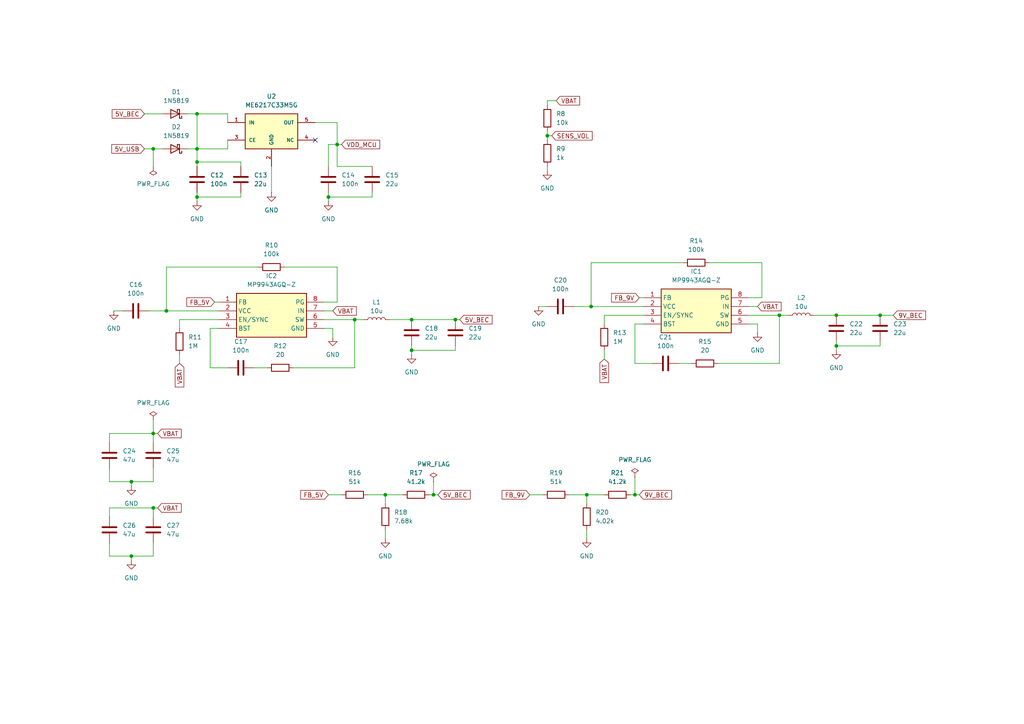
<source format=kicad_sch>
(kicad_sch (version 20250114) (generator "eeschema") (generator_version "9.0")
  (paper "A4")
  (lib_symbols
    (symbol "Device:C" (pin_numbers (hide yes)) (pin_names (offset 0.254))
      (property "Reference" "C" (at 0.635 2.54 0))
      (property "Value" "C" (at 0.635 -2.54 0))
      (symbol "C_0_1"
        (polyline (pts (xy -2.032 0.762) (xy 2.032 0.762)) (stroke (width 0.508)))
        (polyline (pts (xy -2.032 -0.762) (xy 2.032 -0.762)) (stroke (width 0.508)))
      )
      (symbol "C_1_1"
        (pin passive line (at 0 3.81 270) (length 2.794) (name "~") (number "1"))
        (pin passive line (at 0 -3.81 90) (length 2.794) (name "~") (number "2"))
      )
    )
    (symbol "Device:L" (pin_numbers (hide yes)) (pin_names (offset 1.016) (hide yes))
      (property "Reference" "L" (at -1.27 0 90))
      (property "Value" "L" (at 1.905 0 90))
      (symbol "L_0_1"
        (arc (start 0 2.54) (mid 0.6323 1.905) (end 0 1.27))
        (arc (start 0 1.27) (mid 0.6323 0.635) (end 0 0))
        (arc (start 0 0) (mid 0.6323 -0.635) (end 0 -1.27))
        (arc (start 0 -1.27) (mid 0.6323 -1.905) (end 0 -2.54))
      )
      (symbol "L_1_1"
        (pin passive line (at 0 3.81 270) (length 1.27) (name "1") (number "1"))
        (pin passive line (at 0 -3.81 90) (length 1.27) (name "2") (number "2"))
      )
    )
    (symbol "Device:R" (pin_numbers (hide yes)) (pin_names (offset 0))
      (property "Reference" "R" (at 2.032 0 90))
      (property "Value" "R" (at 0 0 90))
      (symbol "R_0_1"
        (rectangle (start -1.016 -2.54) (end 1.016 2.54) (stroke (width 0.254)))
      )
      (symbol "R_1_1"
        (pin passive line (at 0 3.81 270) (length 1.27) (name "~") (number "1"))
        (pin passive line (at 0 -3.81 90) (length 1.27) (name "~") (number "2"))
      )
    )
    (symbol "Diode:1N5819" (pin_numbers (hide yes)) (pin_names (offset 1.016) (hide yes))
      (property "Reference" "D" (at 0 2.54 0))
      (property "Value" "1N5819" (at 0 -2.54 0))
      (symbol "1N5819_0_1"
        (polyline (pts (xy -1.905 0.635) (xy -1.905 1.27) (xy -1.27 1.27) (xy -1.27 -1.27) (xy -0.635 -1.27) (xy -0.635 -0.635)) (stroke (width 0.254)))
        (polyline (pts (xy 1.27 1.27) (xy 1.27 -1.27) (xy -1.27 0) (xy 1.27 1.27)) (stroke (width 0.254)))
        (polyline (pts (xy 1.27 0) (xy -1.27 0)))
      )
      (symbol "1N5819_1_1"
        (pin passive line (at -3.81 0 0) (length 2.54) (name "K") (number "1"))
        (pin passive line (at 3.81 0 180) (length 2.54) (name "A") (number "2"))
      )
    )
    (symbol "ME6217C33M5G:ME6217C33M5G" (pin_names (offset 1.016))
      (property "Reference" "U" (at -5.08 10.16 0))
      (property "Value" "ME6217C33M5G" (at -5.08 7.62 0))
      (symbol "ME6217C33M5G_0_0"
        (rectangle (start -7.62 -5.08) (end 7.62 5.08) (stroke (width 0.254)) (fill (type background)))
        (pin bidirectional line (at -12.7 2.54 0) (length 5.08) (name "IN") (number "1"))
        (pin bidirectional line (at -12.7 -2.54 0) (length 5.08) (name "CE") (number "3"))
        (pin bidirectional line (at 12.7 -2.54 180) (length 5.08) (name "NC") (number "4"))
      )
      (symbol "ME6217C33M5G_1_0"
        (pin power_in line (at 0 -10.16 90) (length 5.08) (name "GND") (number "2"))
        (pin power_out line (at 12.7 2.54 180) (length 5.08) (name "OUT") (number "5"))
      )
    )
    (symbol "MP9943AGQ-Z:MP9943AGQ-Z"
      (property "Reference" "IC" (at 26.67 7.62 0))
      (property "Value" "MP9943AGQ-Z" (at 26.67 5.08 0))
      (symbol "MP9943AGQ-Z_1_1"
        (rectangle (start 5.08 2.54) (end 25.4 -10.16) (stroke (width 0.254)) (fill (type background)))
        (pin passive line (at 0 0 0) (length 5.08) (name "FB") (number "1"))
        (pin passive line (at 0 -2.54 0) (length 5.08) (name "VCC") (number "2"))
        (pin passive line (at 0 -5.08 0) (length 5.08) (name "EN/SYNC") (number "3"))
        (pin passive line (at 0 -7.62 0) (length 5.08) (name "BST") (number "4"))
        (pin passive line (at 30.48 0 180) (length 5.08) (name "PG") (number "8"))
        (pin passive line (at 30.48 -2.54 180) (length 5.08) (name "IN") (number "7"))
        (pin passive line (at 30.48 -5.08 180) (length 5.08) (name "SW") (number "6"))
        (pin passive line (at 30.48 -7.62 180) (length 5.08) (name "GND") (number "5"))
      )
    )
    (symbol "power:GND" (power) (pin_numbers (hide yes)) (pin_names (offset 0) (hide yes))
      (property "Value" "GND" (at 0 -3.81 0))
      (symbol "GND_0_1"
        (polyline (pts (xy 0 0) (xy 0 -1.27) (xy 1.27 -1.27) (xy 0 -2.54) (xy -1.27 -1.27) (xy 0 -1.27)))
      )
      (symbol "GND_1_1"
        (pin power_in line (at 0 0 270) (length 0) (name "~") (number "1"))
      )
    )
    (symbol "power:PWR_FLAG" (power) (pin_numbers (hide yes)) (pin_names (offset 0) (hide yes))
      (property "Value" "PWR_FLAG" (at 0 3.81 0))
      (symbol "PWR_FLAG_0_0"
        (pin power_out line (at 0 0 90) (length 0) (name "~") (number "1"))
      )
      (symbol "PWR_FLAG_0_1"
        (polyline (pts (xy 0 0) (xy 0 1.27) (xy -1.016 1.905) (xy 0 2.54) (xy 1.016 1.905) (xy 0 1.27)))
      )
    )
  )
  (junction (at 170.18 143.51))
  (junction (at 38.1 161.29))
  (junction (at 158.75 39.37))
  (junction (at 97.79 41.91))
  (junction (at 44.45 43.18))
  (junction (at 242.57 91.44))
  (junction (at 226.06 91.44))
  (junction (at 111.76 143.51))
  (junction (at 184.15 143.51))
  (junction (at 48.26 90.17))
  (junction (at 102.87 92.71))
  (junction (at 242.57 100.33))
  (junction (at 125.73 143.51))
  (junction (at 57.15 46.99))
  (junction (at 57.15 43.18))
  (junction (at 255.27 91.44))
  (junction (at 95.25 57.15))
  (junction (at 132.08 92.71))
  (junction (at 44.45 147.32))
  (junction (at 119.38 101.6))
  (junction (at 38.1 139.7))
  (junction (at 119.38 92.71))
  (junction (at 44.45 125.73))
  (junction (at 57.15 57.15))
  (junction (at 171.45 88.9))
  (junction (at 57.15 33.02))
  (no_connect (at 91.44 40.64))
  (wire (pts (xy 57.15 33.02) (xy 57.15 43.18)))
  (wire (pts (xy 158.75 38.1) (xy 158.75 39.37)))
  (wire (pts (xy 69.85 57.15) (xy 57.15 57.15)))
  (wire (pts (xy 242.57 100.33) (xy 242.57 101.6)))
  (wire (pts (xy 205.74 76.2) (xy 220.98 76.2)))
  (wire (pts (xy 156.21 88.9) (xy 158.75 88.9)))
  (wire (pts (xy 217.17 93.98) (xy 219.71 93.98)))
  (wire (pts (xy 54.61 33.02) (xy 57.15 33.02)))
  (wire (pts (xy 33.02 90.17) (xy 35.56 90.17)))
  (wire (pts (xy 44.45 121.92) (xy 44.45 125.73)))
  (wire (pts (xy 73.66 106.68) (xy 77.47 106.68)))
  (wire (pts (xy 219.71 93.98) (xy 219.71 96.52)))
  (wire (pts (xy 255.27 100.33) (xy 242.57 100.33)))
  (wire (pts (xy 111.76 143.51) (xy 111.76 146.05)))
  (wire (pts (xy 44.45 157.48) (xy 44.45 161.29)))
  (wire (pts (xy 78.74 48.26) (xy 78.74 55.88)))
  (wire (pts (xy 255.27 99.06) (xy 255.27 100.33)))
  (wire (pts (xy 93.98 95.25) (xy 96.52 95.25)))
  (wire (pts (xy 184.15 138.43) (xy 184.15 143.51)))
  (wire (pts (xy 57.15 46.99) (xy 57.15 48.26)))
  (wire (pts (xy 63.5 95.25) (xy 60.96 95.25)))
  (wire (pts (xy 31.75 147.32) (xy 44.45 147.32)))
  (wire (pts (xy 171.45 76.2) (xy 171.45 88.9)))
  (wire (pts (xy 48.26 77.47) (xy 48.26 90.17)))
  (wire (pts (xy 119.38 92.71) (xy 132.08 92.71)))
  (wire (pts (xy 57.15 55.88) (xy 57.15 57.15)))
  (wire (pts (xy 196.85 105.41) (xy 200.66 105.41)))
  (wire (pts (xy 62.23 87.63) (xy 63.5 87.63)))
  (wire (pts (xy 208.28 105.41) (xy 226.06 105.41)))
  (wire (pts (xy 107.95 57.15) (xy 95.25 57.15)))
  (wire (pts (xy 236.22 91.44) (xy 242.57 91.44)))
  (wire (pts (xy 158.75 30.48) (xy 158.75 29.21)))
  (wire (pts (xy 111.76 143.51) (xy 116.84 143.51)))
  (wire (pts (xy 158.75 39.37) (xy 160.02 39.37)))
  (wire (pts (xy 44.45 43.18) (xy 46.99 43.18)))
  (wire (pts (xy 220.98 76.2) (xy 220.98 86.36)))
  (wire (pts (xy 96.52 95.25) (xy 96.52 97.79)))
  (wire (pts (xy 44.45 43.18) (xy 44.45 48.26)))
  (wire (pts (xy 198.12 76.2) (xy 171.45 76.2)))
  (wire (pts (xy 95.25 143.51) (xy 99.06 143.51)))
  (wire (pts (xy 97.79 87.63) (xy 93.98 87.63)))
  (wire (pts (xy 44.45 125.73) (xy 44.45 128.27)))
  (wire (pts (xy 69.85 46.99) (xy 69.85 48.26)))
  (wire (pts (xy 158.75 29.21) (xy 161.29 29.21)))
  (wire (pts (xy 217.17 91.44) (xy 226.06 91.44)))
  (wire (pts (xy 91.44 35.56) (xy 97.79 35.56)))
  (wire (pts (xy 102.87 92.71) (xy 105.41 92.71)))
  (wire (pts (xy 170.18 153.67) (xy 170.18 156.21)))
  (wire (pts (xy 44.45 147.32) (xy 44.45 149.86)))
  (wire (pts (xy 57.15 33.02) (xy 66.04 33.02)))
  (wire (pts (xy 226.06 105.41) (xy 226.06 91.44)))
  (wire (pts (xy 111.76 153.67) (xy 111.76 156.21)))
  (wire (pts (xy 38.1 161.29) (xy 38.1 162.56)))
  (wire (pts (xy 43.18 90.17) (xy 48.26 90.17)))
  (wire (pts (xy 95.25 48.26) (xy 95.25 41.91)))
  (wire (pts (xy 158.75 39.37) (xy 158.75 40.64)))
  (wire (pts (xy 97.79 41.91) (xy 99.06 41.91)))
  (wire (pts (xy 124.46 143.51) (xy 125.73 143.51)))
  (wire (pts (xy 31.75 161.29) (xy 38.1 161.29)))
  (wire (pts (xy 82.55 77.47) (xy 97.79 77.47)))
  (wire (pts (xy 41.91 33.02) (xy 46.99 33.02)))
  (wire (pts (xy 38.1 139.7) (xy 38.1 140.97)))
  (wire (pts (xy 66.04 43.18) (xy 57.15 43.18)))
  (wire (pts (xy 60.96 95.25) (xy 60.96 106.68)))
  (wire (pts (xy 95.25 41.91) (xy 97.79 41.91)))
  (wire (pts (xy 31.75 125.73) (xy 44.45 125.73)))
  (wire (pts (xy 57.15 57.15) (xy 57.15 58.42)))
  (wire (pts (xy 125.73 143.51) (xy 127 143.51)))
  (wire (pts (xy 93.98 92.71) (xy 102.87 92.71)))
  (wire (pts (xy 182.88 143.51) (xy 184.15 143.51)))
  (wire (pts (xy 220.98 86.36) (xy 217.17 86.36)))
  (wire (pts (xy 132.08 100.33) (xy 132.08 101.6)))
  (wire (pts (xy 66.04 35.56) (xy 66.04 33.02)))
  (wire (pts (xy 175.26 101.6) (xy 175.26 104.14)))
  (wire (pts (xy 107.95 48.26) (xy 97.79 48.26)))
  (wire (pts (xy 44.45 125.73) (xy 45.72 125.73)))
  (wire (pts (xy 31.75 135.89) (xy 31.75 139.7)))
  (wire (pts (xy 119.38 101.6) (xy 119.38 102.87)))
  (wire (pts (xy 226.06 91.44) (xy 228.6 91.44)))
  (wire (pts (xy 153.67 143.51) (xy 157.48 143.51)))
  (wire (pts (xy 85.09 106.68) (xy 102.87 106.68)))
  (wire (pts (xy 31.75 128.27) (xy 31.75 125.73)))
  (wire (pts (xy 170.18 143.51) (xy 170.18 146.05)))
  (wire (pts (xy 255.27 91.44) (xy 259.08 91.44)))
  (wire (pts (xy 242.57 99.06) (xy 242.57 100.33)))
  (wire (pts (xy 107.95 55.88) (xy 107.95 57.15)))
  (wire (pts (xy 170.18 143.51) (xy 175.26 143.51)))
  (wire (pts (xy 175.26 91.44) (xy 175.26 93.98)))
  (wire (pts (xy 31.75 139.7) (xy 38.1 139.7)))
  (wire (pts (xy 93.98 90.17) (xy 96.52 90.17)))
  (wire (pts (xy 97.79 35.56) (xy 97.79 41.91)))
  (wire (pts (xy 38.1 161.29) (xy 44.45 161.29)))
  (wire (pts (xy 31.75 157.48) (xy 31.75 161.29)))
  (wire (pts (xy 106.68 143.51) (xy 111.76 143.51)))
  (wire (pts (xy 52.07 102.87) (xy 52.07 105.41)))
  (wire (pts (xy 31.75 149.86) (xy 31.75 147.32)))
  (wire (pts (xy 186.69 93.98) (xy 184.15 93.98)))
  (wire (pts (xy 184.15 105.41) (xy 189.23 105.41)))
  (wire (pts (xy 52.07 92.71) (xy 52.07 95.25)))
  (wire (pts (xy 185.42 86.36) (xy 186.69 86.36)))
  (wire (pts (xy 217.17 88.9) (xy 219.71 88.9)))
  (wire (pts (xy 171.45 88.9) (xy 186.69 88.9)))
  (wire (pts (xy 132.08 92.71) (xy 133.35 92.71)))
  (wire (pts (xy 119.38 100.33) (xy 119.38 101.6)))
  (wire (pts (xy 41.91 43.18) (xy 44.45 43.18)))
  (wire (pts (xy 48.26 90.17) (xy 63.5 90.17)))
  (wire (pts (xy 158.75 48.26) (xy 158.75 49.53)))
  (wire (pts (xy 132.08 101.6) (xy 119.38 101.6)))
  (wire (pts (xy 186.69 91.44) (xy 175.26 91.44)))
  (wire (pts (xy 38.1 139.7) (xy 44.45 139.7)))
  (wire (pts (xy 44.45 147.32) (xy 45.72 147.32)))
  (wire (pts (xy 97.79 48.26) (xy 97.79 41.91)))
  (wire (pts (xy 66.04 40.64) (xy 66.04 43.18)))
  (wire (pts (xy 57.15 43.18) (xy 57.15 46.99)))
  (wire (pts (xy 60.96 106.68) (xy 66.04 106.68)))
  (wire (pts (xy 57.15 43.18) (xy 54.61 43.18)))
  (wire (pts (xy 44.45 135.89) (xy 44.45 139.7)))
  (wire (pts (xy 97.79 77.47) (xy 97.79 87.63)))
  (wire (pts (xy 165.1 143.51) (xy 170.18 143.51)))
  (wire (pts (xy 57.15 46.99) (xy 69.85 46.99)))
  (wire (pts (xy 95.25 57.15) (xy 95.25 58.42)))
  (wire (pts (xy 74.93 77.47) (xy 48.26 77.47)))
  (wire (pts (xy 102.87 106.68) (xy 102.87 92.71)))
  (wire (pts (xy 69.85 55.88) (xy 69.85 57.15)))
  (wire (pts (xy 63.5 92.71) (xy 52.07 92.71)))
  (wire (pts (xy 95.25 55.88) (xy 95.25 57.15)))
  (wire (pts (xy 242.57 91.44) (xy 255.27 91.44)))
  (wire (pts (xy 184.15 93.98) (xy 184.15 105.41)))
  (wire (pts (xy 166.37 88.9) (xy 171.45 88.9)))
  (wire (pts (xy 113.03 92.71) (xy 119.38 92.71)))
  (wire (pts (xy 184.15 143.51) (xy 185.42 143.51)))
  (wire (pts (xy 125.73 139.7) (xy 125.73 143.51)))
  (global_label "FB_5V" (shape input) (at 95.25 143.51 180) (property "Intersheetrefs" "${INTERSHEET_REFS}" (effects (hide yes))))
  (global_label "VBAT" (shape input) (at 96.52 90.17 0) (property "Intersheetrefs" "${INTERSHEET_REFS}" (effects (hide yes))))
  (global_label "VBAT" (shape input) (at 219.71 88.9 0) (property "Intersheetrefs" "${INTERSHEET_REFS}" (effects (hide yes))))
  (global_label "5V_BEC" (shape input) (at 127 143.51 0) (property "Intersheetrefs" "${INTERSHEET_REFS}" (effects (hide yes))))
  (global_label "VBAT" (shape input) (at 52.07 105.41 270) (property "Intersheetrefs" "${INTERSHEET_REFS}" (effects (hide yes))))
  (global_label "5V_BEC" (shape input) (at 133.35 92.71 0) (property "Intersheetrefs" "${INTERSHEET_REFS}" (effects (hide yes))))
  (global_label "FB_9V" (shape input) (at 185.42 86.36 180) (property "Intersheetrefs" "${INTERSHEET_REFS}" (effects (hide yes))))
  (global_label "9V_BEC" (shape input) (at 185.42 143.51 0) (property "Intersheetrefs" "${INTERSHEET_REFS}" (effects (hide yes))))
  (global_label "VBAT" (shape input) (at 161.29 29.21 0) (property "Intersheetrefs" "${INTERSHEET_REFS}" (effects (hide yes))))
  (global_label "SENS_VOL" (shape input) (at 160.02 39.37 0) (property "Intersheetrefs" "${INTERSHEET_REFS}" (effects (hide yes))))
  (global_label "9V_BEC" (shape input) (at 259.08 91.44 0) (property "Intersheetrefs" "${INTERSHEET_REFS}" (effects (hide yes))))
  (global_label "FB_9V" (shape input) (at 153.67 143.51 180) (property "Intersheetrefs" "${INTERSHEET_REFS}" (effects (hide yes))))
  (global_label "VBAT" (shape input) (at 45.72 125.73 0) (property "Intersheetrefs" "${INTERSHEET_REFS}" (effects (hide yes))))
  (global_label "FB_5V" (shape input) (at 62.23 87.63 180) (property "Intersheetrefs" "${INTERSHEET_REFS}" (effects (hide yes))))
  (global_label "VDD_MCU" (shape input) (at 99.06 41.91 0) (property "Intersheetrefs" "${INTERSHEET_REFS}" (effects (hide yes))))
  (global_label "5V_USB" (shape input) (at 41.91 43.18 180) (property "Intersheetrefs" "${INTERSHEET_REFS}" (effects (hide yes))))
  (global_label "VBAT" (shape input) (at 175.26 104.14 270) (property "Intersheetrefs" "${INTERSHEET_REFS}" (effects (hide yes))))
  (global_label "VBAT" (shape input) (at 45.72 147.32 0) (property "Intersheetrefs" "${INTERSHEET_REFS}" (effects (hide yes))))
  (global_label "5V_BEC" (shape input) (at 41.91 33.02 180) (property "Intersheetrefs" "${INTERSHEET_REFS}" (effects (hide yes))))
  (symbol (lib_id "Device:R") (at 170.18 149.86 0) (unit 1)
    (property "Reference" "R20" (at 172.72 148.5899 0) (effects (justify left)))
    (property "Value" "4.02k" (at 172.72 151.1299 0) (effects (justify left)))
    (property "Footprint" "Resistor_SMD:R_0603_1608Metric" (effects (hide yes)))
    (property "Datasheet" "https://www.lcsc.com/datasheet/C23040.pdf" (effects (hide yes)))
    (property "Description" "Resistor" (effects (hide yes)))
    (property "MPN" "0603WAF4021T5E" (effects (hide yes)))
    (property "Manufacturer" "UNI-ROYAL" (effects (hide yes)))
  )
  (symbol (lib_id "MP9943AGQ-Z:MP9943AGQ-Z") (at 63.5 87.63 0) (unit 1)
    (property "Reference" "IC2" (at 78.74 80.01 0))
    (property "Value" "MP9943AGQ-Z" (at 78.74 82.55 0))
    (property "Footprint" "fch7_fp:SON65P300X300X100-8N" (effects (hide yes)))
    (property "Datasheet" "https://www.monolithicpower.com/en/documentview/productdocument/index/version/2/document_type/Datasheet/lang/en/sku/MP9943A/document_id/1024" (effects (hide yes)))
    (property "Description" "Buck Switching Regulator IC Positive Adjustable 0.8V 1 Output 3A 8-VDFN" (effects (hide yes)))
    (property "Height" "1" (effects (hide yes)))
    (property "Mouser Part Number" "946-MP9943AGQ-Z" (effects (hide yes)))
    (property "Mouser Price/Stock" "https://www.mouser.co.uk/ProductDetail/Monolithic-Power-Systems-MPS/MP9943AGQ-Z?qs=cslStgdnz9Ooxd5hTfzQqw%3D%3D" (effects (hide yes)))
    (property "Manufacturer_Name" "Monolithic Power Systems (MPS)" (effects (hide yes)))
    (property "Manufacturer_Part_Number" "MP9943AGQ-Z" (effects (hide yes)))
    (property "MPN" "MP9943AGQ-Z" (effects (hide yes)))
    (property "Manufacturer" "MPS" (effects (hide yes)))
  )
  (symbol (lib_id "power:PWR_FLAG") (at 44.45 48.26 180) (unit 1)
    (property "Reference" "#FLG06" (effects (hide yes)))
    (property "Value" "PWR_FLAG" (at 44.45 53.34 0))
    (property "Description" "Special symbol for telling ERC where power comes from" (effects (hide yes)))
  )
  (symbol (lib_id "Device:C") (at 44.45 153.67 0) (unit 1)
    (property "Reference" "C27" (at 48.26 152.3999 0) (effects (justify left)))
    (property "Value" "47u" (at 48.26 154.9399 0) (effects (justify left)))
    (property "Footprint" "Capacitor_SMD:C_1206_3216Metric" (effects (hide yes)))
    (property "Datasheet" "https://www.samsungsem.com/resources/file/global/support/product_catalog/MLCC.pdf" (effects (hide yes)))
    (property "Description" "Unpolarized capacitor" (effects (hide yes)))
    (property "MPN" "CL31A476MPHNNNE" (effects (hide yes)))
    (property "Manufacturer" "SAMSUNG" (effects (hide yes)))
  )
  (symbol (lib_id "Device:C") (at 31.75 153.67 0) (unit 1)
    (property "Reference" "C26" (at 35.56 152.3999 0) (effects (justify left)))
    (property "Value" "47u" (at 35.56 154.9399 0) (effects (justify left)))
    (property "Footprint" "Capacitor_SMD:C_1206_3216Metric" (effects (hide yes)))
    (property "Datasheet" "https://www.samsungsem.com/resources/file/global/support/product_catalog/MLCC.pdf" (effects (hide yes)))
    (property "Description" "Unpolarized capacitor" (effects (hide yes)))
    (property "MPN" "CL31A476MPHNNNE" (effects (hide yes)))
    (property "Manufacturer" "SAMSUNG" (effects (hide yes)))
  )
  (symbol (lib_id "Device:C") (at 119.38 96.52 0) (unit 1)
    (property "Reference" "C18" (at 123.19 95.2499 0) (effects (justify left)))
    (property "Value" "22u" (at 123.19 97.7899 0) (effects (justify left)))
    (property "Footprint" "Capacitor_SMD:C_0805_2012Metric" (effects (hide yes)))
    (property "Datasheet" "https://www.samsungsem.com/resources/file/global/support/product_catalog/MLCC.pdf" (effects (hide yes)))
    (property "Description" "Unpolarized capacitor" (effects (hide yes)))
    (property "MPN" "CL21A226MAQNNNE" (effects (hide yes)))
    (property "Manufacturer" "SAMSUNG" (effects (hide yes)))
  )
  (symbol (lib_id "Device:C") (at 95.25 52.07 0) (unit 1)
    (property "Reference" "C14" (at 99.06 50.7999 0) (effects (justify left)))
    (property "Value" "100n" (at 99.06 53.3399 0) (effects (justify left)))
    (property "Footprint" "Capacitor_SMD:C_0603_1608Metric" (effects (hide yes)))
    (property "Datasheet" "https://www.lcsc.com/datasheet/C30926.pdf" (effects (hide yes)))
    (property "Description" "Unpolarized capacitor" (effects (hide yes)))
    (property "MPN" "0603B104K500NT " (effects (hide yes)))
    (property "Manufacturer" "FH" (effects (hide yes)))
  )
  (symbol (lib_id "Device:R") (at 201.93 76.2 90) (unit 1)
    (property "Reference" "R14" (at 201.93 69.85 90))
    (property "Value" "100k" (at 201.93 72.39 90))
    (property "Footprint" "Resistor_SMD:R_0603_1608Metric" (effects (hide yes)))
    (property "Datasheet" "https://www.mouser.com/catalog/specsheets/YAGEO_PYu_RC_Group_51_RoHS_L_12.pdf?_gl=1*ra9lei*_gcl_aw*R0NMLjE3NjQwNzA0OTIuQ2owS0NRaUF4SlhKQmhEX0FSSXNBSF9KR2pqWURwNlUzT2RwVlk2WnNicnZLc0NnRDN4R3pGSUk1ODUxekE4ZVlPNU5YaS0yclRsUG5FOGFBcFZYRUFMd193Y0I.*_gcl_au*MTcwNjU0NjQ2MC4xNzYzNjY0MzgyLjQ3NDEzNDk5OS4xNzY0MDY4Mzg1LjE3NjQwNzAyODU.*_ga*NzE1NjU0OTQ0LjE3NjM2NjQzODU.*_ga_15W4STQT4T*czE3NjQwNjc4ODckbzExJGcxJHQxNzY0MDcxMjE5JGo1JGwwJGgw" (effects (hide yes)))
    (property "Description" "Resistor" (effects (hide yes)))
    (property "Manufacturer" "YAGEO" (effects (hide yes)))
    (property "MPN" "RC0603FR-07100KL" (effects (hide yes)))
  )
  (symbol (lib_id "Device:R") (at 204.47 105.41 270) (unit 1)
    (property "Reference" "R15" (at 204.47 99.06 90))
    (property "Value" "20" (at 204.47 101.6 90))
    (property "Footprint" "Resistor_SMD:R_0603_1608Metric" (effects (hide yes)))
    (property "Datasheet" "https://www.lcsc.com/datasheet/C22950.pdf" (effects (hide yes)))
    (property "Description" "Resistor" (effects (hide yes)))
    (property "MPN" "0603WAF200JT5E" (effects (hide yes)))
    (property "Manufacturer" "UNI-ROYAL" (effects (hide yes)))
  )
  (symbol (lib_id "Diode:1N5819") (at 50.8 33.02 180) (unit 1)
    (property "Reference" "D1" (at 51.1175 26.67 0))
    (property "Value" "1N5819" (at 51.1175 29.21 0))
    (property "Footprint" "Diode_THT:D_DO-41_SOD81_P10.16mm_Horizontal" (effects (hide yes)))
    (property "Datasheet" "http://www.vishay.com/docs/88525/1n5817.pdf" (effects (hide yes)))
    (property "Description" "40V 1A Schottky Barrier Rectifier Diode, DO-41" (effects (hide yes)))
    (property "MPN" "1N5819" (effects (hide yes)))
    (property "Manufacturer" "STM" (effects (hide yes)))
  )
  (symbol (lib_id "Device:R") (at 179.07 143.51 270) (unit 1)
    (property "Reference" "R21" (at 179.07 137.16 90))
    (property "Value" "41.2k" (at 179.07 139.7 90))
    (property "Footprint" "Resistor_SMD:R_0603_1608Metric" (effects (hide yes)))
    (property "Datasheet" "https://www.mouser.fr/datasheet/3/5925/1/1.pdf" (effects (hide yes)))
    (property "Description" "Resistor" (effects (hide yes)))
    (property "MPN" "0603WAF4122T5E" (effects (hide yes)))
    (property "Manufacturer" "UNI-ROYAL" (effects (hide yes)))
  )
  (symbol (lib_id "Device:R") (at 81.28 106.68 270) (unit 1)
    (property "Reference" "R12" (at 81.28 100.33 90))
    (property "Value" "20" (at 81.28 102.87 90))
    (property "Footprint" "Resistor_SMD:R_0603_1608Metric" (effects (hide yes)))
    (property "Datasheet" "https://www.lcsc.com/datasheet/C22950.pdf" (effects (hide yes)))
    (property "Description" "Resistor" (effects (hide yes)))
    (property "MPN" "0603WAF200JT5E" (effects (hide yes)))
    (property "Manufacturer" "UNI-ROYAL" (effects (hide yes)))
  )
  (symbol (lib_id "power:GND") (at 38.1 162.56 0) (unit 1)
    (property "Reference" "#PWR019" (effects (hide yes)))
    (property "Value" "GND" (at 38.1 167.64 0))
    (property "Description" "Power symbol creates a global label with name \"GND\" , ground" (effects (hide yes)))
  )
  (symbol (lib_id "Device:C") (at 193.04 105.41 270) (unit 1)
    (property "Reference" "C21" (at 193.04 97.79 90))
    (property "Value" "100n" (at 193.04 100.33 90))
    (property "Footprint" "Capacitor_SMD:C_0603_1608Metric" (effects (hide yes)))
    (property "Datasheet" "https://www.lcsc.com/datasheet/C30926.pdf" (effects (hide yes)))
    (property "Description" "Unpolarized capacitor" (effects (hide yes)))
    (property "MPN" "0603B104K500NT " (effects (hide yes)))
    (property "Manufacturer" "FH" (effects (hide yes)))
  )
  (symbol (lib_id "ME6217C33M5G:ME6217C33M5G") (at 78.74 38.1 0) (unit 1)
    (property "Reference" "U2" (at 78.74 27.94 0))
    (property "Value" "ME6217C33M5G" (at 78.74 30.48 0))
    (property "Footprint" "fch7_fp:SOT23-5" (effects (hide yes)))
    (property "Datasheet" "https://www.lcsc.com/datasheet/C427602.pdf" (effects (hide yes)))
    (property "SHOP" "LCSC" (effects (hide yes)))
    (property "MF" "Microne" (effects (hide yes)))
    (property "Package" "None" (effects (hide yes)))
    (property "Price" "None" (effects (hide yes)))
    (property "SnapEDA_Link" "https://www.snapeda.com/parts/ME6217C33M5G/Microne/view-part/?ref=snap" (effects (hide yes)))
    (property "MP" "ME6217C33M5G" (effects (hide yes)))
    (property "M_PART_NUMBER" "ME6217C33M5G" (effects (hide yes)))
    (property "Availability" "In Stock" (effects (hide yes)))
    (property "Check_prices" "https://www.snapeda.com/parts/ME6217C33M5G/Microne/view-part/?ref=eda" (effects (hide yes)))
    (property "MPN" "ME6217C33M5G" (effects (hide yes)))
    (property "Manufacturer" "MICRONE" (effects (hide yes)))
  )
  (symbol (lib_id "Device:R") (at 78.74 77.47 90) (unit 1)
    (property "Reference" "R10" (at 78.74 71.12 90))
    (property "Value" "100k" (at 78.74 73.66 90))
    (property "Footprint" "Resistor_SMD:R_0603_1608Metric" (effects (hide yes)))
    (property "Datasheet" "https://www.mouser.com/catalog/specsheets/YAGEO_PYu_RC_Group_51_RoHS_L_12.pdf?_gl=1*ra9lei*_gcl_aw*R0NMLjE3NjQwNzA0OTIuQ2owS0NRaUF4SlhKQmhEX0FSSXNBSF9KR2pqWURwNlUzT2RwVlk2WnNicnZLc0NnRDN4R3pGSUk1ODUxekE4ZVlPNU5YaS0yclRsUG5FOGFBcFZYRUFMd193Y0I.*_gcl_au*MTcwNjU0NjQ2MC4xNzYzNjY0MzgyLjQ3NDEzNDk5OS4xNzY0MDY4Mzg1LjE3NjQwNzAyODU.*_ga*NzE1NjU0OTQ0LjE3NjM2NjQzODU.*_ga_15W4STQT4T*czE3NjQwNjc4ODckbzExJGcxJHQxNzY0MDcxMjE5JGo1JGwwJGgw" (effects (hide yes)))
    (property "Description" "Resistor" (effects (hide yes)))
    (property "MPN" "RC0603FR-07100KL" (effects (hide yes)))
    (property "Manufacturer" "YAGEO" (effects (hide yes)))
  )
  (symbol (lib_id "power:GND") (at 96.52 97.79 0) (unit 1)
    (property "Reference" "#PWR013" (effects (hide yes)))
    (property "Value" "GND" (at 96.52 102.87 0))
    (property "Description" "Power symbol creates a global label with name \"GND\" , ground" (effects (hide yes)))
  )
  (symbol (lib_id "power:GND") (at 57.15 58.42 0) (unit 1)
    (property "Reference" "#PWR09" (effects (hide yes)))
    (property "Value" "GND" (at 57.15 63.5 0))
    (property "Description" "Power symbol creates a global label with name \"GND\" , ground" (effects (hide yes)))
  )
  (symbol (lib_id "power:GND") (at 242.57 101.6 0) (unit 1)
    (property "Reference" "#PWR017" (effects (hide yes)))
    (property "Value" "GND" (at 242.57 106.68 0))
    (property "Description" "Power symbol creates a global label with name \"GND\" , ground" (effects (hide yes)))
  )
  (symbol (lib_id "Device:C") (at 57.15 52.07 0) (unit 1)
    (property "Reference" "C12" (at 60.96 50.7999 0) (effects (justify left)))
    (property "Value" "100n" (at 60.96 53.3399 0) (effects (justify left)))
    (property "Footprint" "Capacitor_SMD:C_0603_1608Metric" (effects (hide yes)))
    (property "Datasheet" "https://www.lcsc.com/datasheet/C30926.pdf" (effects (hide yes)))
    (property "Description" "Unpolarized capacitor" (effects (hide yes)))
    (property "MPN" "0603B104K500NT " (effects (hide yes)))
    (property "Manufacturer" "FH" (effects (hide yes)))
  )
  (symbol (lib_id "Device:R") (at 161.29 143.51 270) (unit 1)
    (property "Reference" "R19" (at 161.29 137.16 90))
    (property "Value" "51k" (at 161.29 139.7 90))
    (property "Footprint" "Resistor_SMD:R_0603_1608Metric" (effects (hide yes)))
    (property "Datasheet" "https://www.mouser.fr/datasheet/3/5925/1/1.pdf" (effects (hide yes)))
    (property "Description" "Resistor" (effects (hide yes)))
    (property "MPN" "0603WAF5102T5E" (effects (hide yes)))
    (property "Manufacturer" "ROYALOHM" (effects (hide yes)))
  )
  (symbol (lib_id "Device:R") (at 120.65 143.51 270) (unit 1)
    (property "Reference" "R17" (at 120.65 137.16 90))
    (property "Value" "41.2k" (at 120.65 139.7 90))
    (property "Footprint" "Resistor_SMD:R_0603_1608Metric" (effects (hide yes)))
    (property "Datasheet" "https://www.mouser.fr/datasheet/3/5925/1/1.pdf" (effects (hide yes)))
    (property "Description" "Resistor" (effects (hide yes)))
    (property "MPN" "0603WAF4122T5E" (effects (hide yes)))
    (property "Manufacturer" "UNI-ROYAL" (effects (hide yes)))
  )
  (symbol (lib_id "power:GND") (at 158.75 49.53 0) (unit 1)
    (property "Reference" "#PWR011" (effects (hide yes)))
    (property "Value" "GND" (at 158.75 54.61 0))
    (property "Description" "Power symbol creates a global label with name \"GND\" , ground" (effects (hide yes)))
  )
  (symbol (lib_id "power:GND") (at 156.21 88.9 0) (unit 1)
    (property "Reference" "#PWR015" (effects (hide yes)))
    (property "Value" "GND" (at 156.21 93.98 0))
    (property "Description" "Power symbol creates a global label with name \"GND\" , ground" (effects (hide yes)))
  )
  (symbol (lib_id "power:GND") (at 219.71 96.52 0) (unit 1)
    (property "Reference" "#PWR016" (effects (hide yes)))
    (property "Value" "GND" (at 219.71 101.6 0))
    (property "Description" "Power symbol creates a global label with name \"GND\" , ground" (effects (hide yes)))
  )
  (symbol (lib_id "Device:C") (at 162.56 88.9 90) (unit 1)
    (property "Reference" "C20" (at 162.56 81.28 90))
    (property "Value" "100n" (at 162.56 83.82 90))
    (property "Footprint" "Capacitor_SMD:C_0603_1608Metric" (effects (hide yes)))
    (property "Datasheet" "https://www.lcsc.com/datasheet/C30926.pdf" (effects (hide yes)))
    (property "Description" "Unpolarized capacitor" (effects (hide yes)))
    (property "MPN" "0603B104K500NT " (effects (hide yes)))
    (property "Manufacturer" "FH" (effects (hide yes)))
  )
  (symbol (lib_id "Device:C") (at 255.27 95.25 0) (unit 1)
    (property "Reference" "C23" (at 259.08 93.9799 0) (effects (justify left)))
    (property "Value" "22u" (at 259.08 96.5199 0) (effects (justify left)))
    (property "Footprint" "Capacitor_SMD:C_0805_2012Metric" (effects (hide yes)))
    (property "Datasheet" "https://www.samsungsem.com/resources/file/global/support/product_catalog/MLCC.pdf" (effects (hide yes)))
    (property "Description" "Unpolarized capacitor" (effects (hide yes)))
    (property "MPN" "CL21A226MAQNNNE" (effects (hide yes)))
    (property "Manufacturer" "SAMSUNG" (effects (hide yes)))
  )
  (symbol (lib_id "power:GND") (at 78.74 55.88 0) (unit 1)
    (property "Reference" "#PWR08" (effects (hide yes)))
    (property "Value" "GND" (at 78.74 60.96 0))
    (property "Description" "Power symbol creates a global label with name \"GND\" , ground" (effects (hide yes)))
  )
  (symbol (lib_id "power:GND") (at 170.18 156.21 0) (unit 1)
    (property "Reference" "#PWR021" (effects (hide yes)))
    (property "Value" "GND" (at 170.18 161.29 0))
    (property "Description" "Power symbol creates a global label with name \"GND\" , ground" (effects (hide yes)))
  )
  (symbol (lib_id "Device:C") (at 69.85 52.07 0) (unit 1)
    (property "Reference" "C13" (at 73.66 50.7999 0) (effects (justify left)))
    (property "Value" "22u" (at 73.66 53.3399 0) (effects (justify left)))
    (property "Footprint" "Capacitor_SMD:C_0805_2012Metric" (effects (hide yes)))
    (property "Datasheet" "https://www.samsungsem.com/resources/file/global/support/product_catalog/MLCC.pdf" (effects (hide yes)))
    (property "Description" "Unpolarized capacitor" (effects (hide yes)))
    (property "MPN" "CL21A226MAQNNNE" (effects (hide yes)))
    (property "Manufacturer" "SAMSUNG" (effects (hide yes)))
  )
  (symbol (lib_id "Device:C") (at 107.95 52.07 0) (unit 1)
    (property "Reference" "C15" (at 111.76 50.7999 0) (effects (justify left)))
    (property "Value" "22u" (at 111.76 53.3399 0) (effects (justify left)))
    (property "Footprint" "Capacitor_SMD:C_0805_2012Metric" (effects (hide yes)))
    (property "Datasheet" "https://www.samsungsem.com/resources/file/global/support/product_catalog/MLCC.pdf" (effects (hide yes)))
    (property "Description" "Unpolarized capacitor" (effects (hide yes)))
    (property "MPN" "CL21A226MAQNNNE" (effects (hide yes)))
    (property "Manufacturer" "SAMSUNG" (effects (hide yes)))
  )
  (symbol (lib_id "Device:R") (at 52.07 99.06 180) (unit 1)
    (property "Reference" "R11" (at 54.61 97.7899 0) (effects (justify right)))
    (property "Value" "1M" (at 54.61 100.3299 0) (effects (justify right)))
    (property "Footprint" "Resistor_SMD:R_0603_1608Metric" (effects (hide yes)))
    (property "Datasheet" "https://www.mouser.fr/datasheet/3/5925/1/1.pdf" (effects (hide yes)))
    (property "Description" "Resistor" (effects (hide yes)))
    (property "MPN" "0603WAF1004T5E" (effects (hide yes)))
    (property "Manufacturer" "ROYALOHM" (effects (hide yes)))
  )
  (symbol (lib_id "power:GND") (at 33.02 90.17 0) (unit 1)
    (property "Reference" "#PWR012" (effects (hide yes)))
    (property "Value" "GND" (at 33.02 95.25 0))
    (property "Description" "Power symbol creates a global label with name \"GND\" , ground" (effects (hide yes)))
  )
  (symbol (lib_id "Device:R") (at 111.76 149.86 0) (unit 1)
    (property "Reference" "R18" (at 114.3 148.5899 0) (effects (justify left)))
    (property "Value" "7.68k" (at 114.3 151.1299 0) (effects (justify left)))
    (property "Footprint" "Resistor_SMD:R_0603_1608Metric" (effects (hide yes)))
    (property "Datasheet" "https://www.lcsc.com/datasheet/C321996.pdf" (effects (hide yes)))
    (property "Description" "Resistor" (effects (hide yes)))
    (property "MPN" "RS-03K7681FT" (effects (hide yes)))
    (property "Manufacturer" "FH" (effects (hide yes)))
  )
  (symbol (lib_id "Device:C") (at 44.45 132.08 0) (unit 1)
    (property "Reference" "C25" (at 48.26 130.8099 0) (effects (justify left)))
    (property "Value" "47u" (at 48.26 133.3499 0) (effects (justify left)))
    (property "Footprint" "Capacitor_SMD:C_1206_3216Metric" (effects (hide yes)))
    (property "Datasheet" "https://www.samsungsem.com/resources/file/global/support/product_catalog/MLCC.pdf" (effects (hide yes)))
    (property "Description" "Unpolarized capacitor" (effects (hide yes)))
    (property "MPN" "CL31A476MPHNNNE" (effects (hide yes)))
    (property "Manufacturer" "SAMSUNG" (effects (hide yes)))
  )
  (symbol (lib_id "Device:C") (at 69.85 106.68 270) (unit 1)
    (property "Reference" "C17" (at 69.85 99.06 90))
    (property "Value" "100n" (at 69.85 101.6 90))
    (property "Footprint" "Capacitor_SMD:C_0603_1608Metric" (effects (hide yes)))
    (property "Datasheet" "https://www.lcsc.com/datasheet/C30926.pdf" (effects (hide yes)))
    (property "Description" "Unpolarized capacitor" (effects (hide yes)))
    (property "MPN" "0603B104K500NT " (effects (hide yes)))
    (property "Manufacturer" "FH" (effects (hide yes)))
  )
  (symbol (lib_id "power:PWR_FLAG") (at 44.45 121.92 0) (unit 1)
    (property "Reference" "#FLG05" (effects (hide yes)))
    (property "Value" "PWR_FLAG" (at 44.45 116.84 0))
    (property "Description" "Special symbol for telling ERC where power comes from" (effects (hide yes)))
  )
  (symbol (lib_id "Device:R") (at 158.75 34.29 0) (unit 1)
    (property "Reference" "R8" (at 161.29 33.0199 0) (effects (justify left)))
    (property "Value" "10k" (at 161.29 35.5599 0) (effects (justify left)))
    (property "Footprint" "Resistor_SMD:R_0603_1608Metric" (effects (hide yes)))
    (property "Datasheet" "https://www.lcsc.com/datasheet/C25804.pdf" (effects (hide yes)))
    (property "Description" "Resistor" (effects (hide yes)))
    (property "MPN" "0603WAF1002T5E" (effects (hide yes)))
    (property "Manufacturer" "UNI-ROYAL" (effects (hide yes)))
  )
  (symbol (lib_id "Device:L") (at 109.22 92.71 90) (unit 1)
    (property "Reference" "L1" (at 109.22 87.63 90))
    (property "Value" "10u" (at 109.22 90.17 90))
    (property "Footprint" "Inductor_SMD:L_Sunlord_MWSA0402S" (effects (hide yes)))
    (property "Datasheet" "https://www.lcsc.com/datasheet/C177242.pdf" (effects (hide yes)))
    (property "Description" "Inductor" (effects (hide yes)))
    (property "MPN" "FXL0420-100-M" (effects (hide yes)))
    (property "Manufacturer" "cjiang" (effects (hide yes)))
  )
  (symbol (lib_id "Device:R") (at 102.87 143.51 270) (unit 1)
    (property "Reference" "R16" (at 102.87 137.16 90))
    (property "Value" "51k" (at 102.87 139.7 90))
    (property "Footprint" "Resistor_SMD:R_0603_1608Metric" (effects (hide yes)))
    (property "Datasheet" "https://www.mouser.fr/datasheet/3/5925/1/1.pdf" (effects (hide yes)))
    (property "Description" "Resistor" (effects (hide yes)))
    (property "MPN" "0603WAF5102T5E" (effects (hide yes)))
    (property "Manufacturer" "ROYALOHM" (effects (hide yes)))
  )
  (symbol (lib_id "Device:C") (at 132.08 96.52 0) (unit 1)
    (property "Reference" "C19" (at 135.89 95.2499 0) (effects (justify left)))
    (property "Value" "22u" (at 135.89 97.7899 0) (effects (justify left)))
    (property "Footprint" "Capacitor_SMD:C_0805_2012Metric" (effects (hide yes)))
    (property "Datasheet" "https://www.samsungsem.com/resources/file/global/support/product_catalog/MLCC.pdf" (effects (hide yes)))
    (property "Description" "Unpolarized capacitor" (effects (hide yes)))
    (property "MPN" "CL21A226MAQNNNE" (effects (hide yes)))
    (property "Manufacturer" "SAMSUNG" (effects (hide yes)))
  )
  (symbol (lib_id "Diode:1N5819") (at 50.8 43.18 180) (unit 1)
    (property "Reference" "D2" (at 51.1175 36.83 0))
    (property "Value" "1N5819" (at 51.1175 39.37 0))
    (property "Footprint" "Diode_THT:D_DO-41_SOD81_P10.16mm_Horizontal" (effects (hide yes)))
    (property "Datasheet" "http://www.vishay.com/docs/88525/1n5817.pdf" (effects (hide yes)))
    (property "Description" "40V 1A Schottky Barrier Rectifier Diode, DO-41" (effects (hide yes)))
    (property "MPN" "1N5819" (effects (hide yes)))
    (property "Manufacturer" "STM" (effects (hide yes)))
  )
  (symbol (lib_id "Device:R") (at 158.75 44.45 0) (unit 1)
    (property "Reference" "R9" (at 161.29 43.1799 0) (effects (justify left)))
    (property "Value" "1k" (at 161.29 45.7199 0) (effects (justify left)))
    (property "Footprint" "Resistor_SMD:R_0603_1608Metric" (effects (hide yes)))
    (property "Datasheet" "https://www.mouser.com/catalog/specsheets/YAGEO_PYu_RC_Group_51_RoHS_L_12.pdf?_gl=1*6242pv*_gcl_aw*R0NMLjE3NjQwNzA0OTIuQ2owS0NRaUF4SlhKQmhEX0FSSXNBSF9KR2pqWURwNlUzT2RwVlk2WnNicnZLc0NnRDN4R3pGSUk1ODUxekE4ZVlPNU5YaS0yclRsUG5FOGFBcFZYRUFMd193Y0I.*_gcl_au*MTcwNjU0NjQ2MC4xNzYzNjY0MzgyLjQ3NDEzNDk5OS4xNzY0MDY4Mzg1LjE3NjQwNzAyODU.*_ga*NzE1NjU0OTQ0LjE3NjM2NjQzODU.*_ga_15W4STQT4T*czE3NjQwNjc4ODckbzExJGcxJHQxNzY0MDcxMTY1JGo1OSRsMCRoMA.." (effects (hide yes)))
    (property "Description" "Resistor" (effects (hide yes)))
    (property "MPN" "RC0603FR-071KL" (effects (hide yes)))
    (property "Manufacturer" "YAGEO" (effects (hide yes)))
  )
  (symbol (lib_id "Device:C") (at 242.57 95.25 0) (unit 1)
    (property "Reference" "C22" (at 246.38 93.9799 0) (effects (justify left)))
    (property "Value" "22u" (at 246.38 96.5199 0) (effects (justify left)))
    (property "Footprint" "Capacitor_SMD:C_0805_2012Metric" (effects (hide yes)))
    (property "Datasheet" "https://www.samsungsem.com/resources/file/global/support/product_catalog/MLCC.pdf" (effects (hide yes)))
    (property "Description" "Unpolarized capacitor" (effects (hide yes)))
    (property "MPN" "CL21A226MAQNNNE" (effects (hide yes)))
    (property "Manufacturer" "SAMSUNG" (effects (hide yes)))
  )
  (symbol (lib_id "power:GND") (at 111.76 156.21 0) (unit 1)
    (property "Reference" "#PWR020" (effects (hide yes)))
    (property "Value" "GND" (at 111.76 161.29 0))
    (property "Description" "Power symbol creates a global label with name \"GND\" , ground" (effects (hide yes)))
  )
  (symbol (lib_id "Device:R") (at 175.26 97.79 180) (unit 1)
    (property "Reference" "R13" (at 177.8 96.5199 0) (effects (justify right)))
    (property "Value" "1M" (at 177.8 99.0599 0) (effects (justify right)))
    (property "Footprint" "Resistor_SMD:R_0603_1608Metric" (effects (hide yes)))
    (property "Datasheet" "https://www.mouser.fr/datasheet/3/5925/1/1.pdf" (effects (hide yes)))
    (property "Description" "Resistor" (effects (hide yes)))
    (property "MPN" "0603WAF1004T5E" (effects (hide yes)))
    (property "Manufacturer" "ROYALOHM" (effects (hide yes)))
  )
  (symbol (lib_id "power:GND") (at 38.1 140.97 0) (unit 1)
    (property "Reference" "#PWR018" (effects (hide yes)))
    (property "Value" "GND" (at 38.1 146.05 0))
    (property "Description" "Power symbol creates a global label with name \"GND\" , ground" (effects (hide yes)))
  )
  (symbol (lib_id "Device:C") (at 39.37 90.17 90) (unit 1)
    (property "Reference" "C16" (at 39.37 82.55 90))
    (property "Value" "100n" (at 39.37 85.09 90))
    (property "Footprint" "Capacitor_SMD:C_0603_1608Metric" (effects (hide yes)))
    (property "Datasheet" "https://www.lcsc.com/datasheet/C30926.pdf" (effects (hide yes)))
    (property "Description" "Unpolarized capacitor" (effects (hide yes)))
    (property "MPN" "0603B104K500NT " (effects (hide yes)))
    (property "Manufacturer" "FH" (effects (hide yes)))
  )
  (symbol (lib_id "power:GND") (at 119.38 102.87 0) (unit 1)
    (property "Reference" "#PWR014" (effects (hide yes)))
    (property "Value" "GND" (at 119.38 107.95 0))
    (property "Description" "Power symbol creates a global label with name \"GND\" , ground" (effects (hide yes)))
  )
  (symbol (lib_id "power:GND") (at 95.25 58.42 0) (unit 1)
    (property "Reference" "#PWR010" (effects (hide yes)))
    (property "Value" "GND" (at 95.25 63.5 0))
    (property "Description" "Power symbol creates a global label with name \"GND\" , ground" (effects (hide yes)))
  )
  (symbol (lib_id "Device:C") (at 31.75 132.08 0) (unit 1)
    (property "Reference" "C24" (at 35.56 130.8099 0) (effects (justify left)))
    (property "Value" "47u" (at 35.56 133.3499 0) (effects (justify left)))
    (property "Footprint" "Capacitor_SMD:C_1206_3216Metric" (effects (hide yes)))
    (property "Datasheet" "https://www.samsungsem.com/resources/file/global/support/product_catalog/MLCC.pdf" (effects (hide yes)))
    (property "Description" "Unpolarized capacitor" (effects (hide yes)))
    (property "MPN" "CL31A476MPHNNNE" (effects (hide yes)))
    (property "Manufacturer" "SAMSUNG" (effects (hide yes)))
  )
  (symbol (lib_id "power:PWR_FLAG") (at 184.15 138.43 0) (unit 1)
    (property "Reference" "#FLG03" (effects (hide yes)))
    (property "Value" "PWR_FLAG" (at 184.15 133.35 0))
    (property "Description" "Special symbol for telling ERC where power comes from" (effects (hide yes)))
  )
  (symbol (lib_id "power:PWR_FLAG") (at 125.73 139.7 0) (unit 1)
    (property "Reference" "#FLG04" (effects (hide yes)))
    (property "Value" "PWR_FLAG" (at 125.73 134.62 0))
    (property "Description" "Special symbol for telling ERC where power comes from" (effects (hide yes)))
  )
  (symbol (lib_id "MP9943AGQ-Z:MP9943AGQ-Z") (at 186.69 86.36 0) (unit 1)
    (property "Reference" "IC1" (at 201.93 78.74 0))
    (property "Value" "MP9943AGQ-Z" (at 201.93 81.28 0))
    (property "Footprint" "fch7_fp:SON65P300X300X100-8N" (effects (hide yes)))
    (property "Datasheet" "https://www.monolithicpower.com/en/documentview/productdocument/index/version/2/document_type/Datasheet/lang/en/sku/MP9943A/document_id/1024" (effects (hide yes)))
    (property "Description" "Buck Switching Regulator IC Positive Adjustable 0.8V 1 Output 3A 8-VDFN" (effects (hide yes)))
    (property "Height" "1" (effects (hide yes)))
    (property "Mouser Part Number" "946-MP9943AGQ-Z" (effects (hide yes)))
    (property "Mouser Price/Stock" "https://www.mouser.co.uk/ProductDetail/Monolithic-Power-Systems-MPS/MP9943AGQ-Z?qs=cslStgdnz9Ooxd5hTfzQqw%3D%3D" (effects (hide yes)))
    (property "Manufacturer_Name" "Monolithic Power Systems (MPS)" (effects (hide yes)))
    (property "Manufacturer_Part_Number" "MP9943AGQ-Z" (effects (hide yes)))
    (property "MPN" "MP9943AGQ-Z" (effects (hide yes)))
    (property "Manufacturer" "MPS" (effects (hide yes)))
  )
  (symbol (lib_id "Device:L") (at 232.41 91.44 90) (unit 1)
    (property "Reference" "L2" (at 232.41 86.36 90))
    (property "Value" "10u" (at 232.41 88.9 90))
    (property "Footprint" "Inductor_SMD:L_Sunlord_MWSA0402S" (effects (hide yes)))
    (property "Datasheet" "https://www.lcsc.com/datasheet/C177242.pdf" (effects (hide yes)))
    (property "Description" "Inductor" (effects (hide yes)))
    (property "MPN" "FXL0420-100-M" (effects (hide yes)))
    (property "Manufacturer" "cjiang" (effects (hide yes)))
  )
)
</source>
